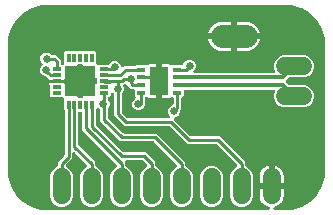
<source format=gbr>
G04 EAGLE Gerber X2 export*
%TF.Part,Single*%
%TF.FileFunction,Copper,L1,Top,Mixed*%
%TF.FilePolarity,Positive*%
%TF.GenerationSoftware,Autodesk,EAGLE,9.0.0*%
%TF.CreationDate,2018-05-02T08:01:06Z*%
G75*
%MOMM*%
%FSLAX34Y34*%
%LPD*%
%AMOC8*
5,1,8,0,0,1.08239X$1,22.5*%
G01*
%ADD10R,2.500000X2.500000*%
%ADD11R,0.750000X0.300000*%
%ADD12R,0.300000X0.750000*%
%ADD13R,1.550000X2.400000*%
%ADD14R,0.650000X0.350000*%
%ADD15C,1.500000*%
%ADD16C,1.981200*%
%ADD17C,1.524000*%
%ADD18C,0.254000*%
%ADD19C,0.650000*%
%ADD20C,0.355600*%

G36*
X225982Y5397D02*
X225982Y5397D01*
X226101Y5404D01*
X226139Y5417D01*
X226179Y5422D01*
X226290Y5465D01*
X226403Y5502D01*
X226437Y5524D01*
X226475Y5539D01*
X226571Y5609D01*
X226672Y5673D01*
X226700Y5702D01*
X226732Y5725D01*
X226808Y5817D01*
X226890Y5904D01*
X226909Y5940D01*
X226935Y5970D01*
X226986Y6078D01*
X227043Y6183D01*
X227053Y6222D01*
X227070Y6258D01*
X227093Y6375D01*
X227123Y6491D01*
X227123Y6531D01*
X227130Y6570D01*
X227123Y6690D01*
X227123Y6809D01*
X227113Y6848D01*
X227110Y6888D01*
X227074Y7001D01*
X227044Y7117D01*
X227025Y7152D01*
X227012Y7190D01*
X226948Y7291D01*
X226891Y7396D01*
X226864Y7425D01*
X226842Y7459D01*
X226755Y7541D01*
X226674Y7628D01*
X226640Y7650D01*
X226611Y7677D01*
X226506Y7735D01*
X226405Y7799D01*
X226350Y7821D01*
X226332Y7831D01*
X226312Y7836D01*
X226256Y7858D01*
X224700Y8364D01*
X223275Y9090D01*
X221981Y10030D01*
X220850Y11161D01*
X219910Y12455D01*
X219184Y13880D01*
X218689Y15401D01*
X218439Y16980D01*
X218439Y22861D01*
X227330Y22861D01*
X227448Y22876D01*
X227567Y22883D01*
X227605Y22896D01*
X227645Y22901D01*
X227756Y22944D01*
X227869Y22981D01*
X227903Y23003D01*
X227941Y23018D01*
X228037Y23088D01*
X228138Y23151D01*
X228166Y23181D01*
X228198Y23204D01*
X228274Y23296D01*
X228356Y23383D01*
X228375Y23418D01*
X228401Y23449D01*
X228452Y23557D01*
X228509Y23661D01*
X228520Y23701D01*
X228537Y23737D01*
X228559Y23854D01*
X228589Y23969D01*
X228593Y24030D01*
X228597Y24050D01*
X228595Y24070D01*
X228599Y24130D01*
X228599Y25401D01*
X228601Y25401D01*
X228601Y24130D01*
X228616Y24012D01*
X228623Y23893D01*
X228636Y23855D01*
X228641Y23814D01*
X228685Y23704D01*
X228721Y23591D01*
X228743Y23556D01*
X228758Y23519D01*
X228828Y23423D01*
X228891Y23322D01*
X228921Y23294D01*
X228945Y23261D01*
X229036Y23186D01*
X229123Y23104D01*
X229158Y23084D01*
X229190Y23059D01*
X229297Y23008D01*
X229402Y22950D01*
X229441Y22940D01*
X229477Y22923D01*
X229594Y22901D01*
X229709Y22871D01*
X229770Y22867D01*
X229790Y22863D01*
X229810Y22865D01*
X229870Y22861D01*
X238761Y22861D01*
X238761Y16980D01*
X238511Y15401D01*
X238016Y13880D01*
X237290Y12455D01*
X236350Y11161D01*
X235219Y10030D01*
X233925Y9090D01*
X232500Y8364D01*
X230944Y7858D01*
X230836Y7807D01*
X230725Y7763D01*
X230693Y7740D01*
X230657Y7723D01*
X230565Y7647D01*
X230468Y7577D01*
X230442Y7546D01*
X230412Y7520D01*
X230341Y7424D01*
X230265Y7332D01*
X230248Y7295D01*
X230225Y7263D01*
X230180Y7152D01*
X230130Y7044D01*
X230122Y7005D01*
X230107Y6967D01*
X230092Y6848D01*
X230070Y6731D01*
X230072Y6692D01*
X230067Y6652D01*
X230082Y6533D01*
X230090Y6414D01*
X230102Y6376D01*
X230107Y6336D01*
X230151Y6225D01*
X230188Y6112D01*
X230209Y6078D01*
X230224Y6040D01*
X230294Y5944D01*
X230358Y5843D01*
X230387Y5815D01*
X230411Y5783D01*
X230502Y5707D01*
X230589Y5625D01*
X230625Y5606D01*
X230655Y5580D01*
X230763Y5529D01*
X230868Y5471D01*
X230907Y5461D01*
X230943Y5444D01*
X231061Y5422D01*
X231176Y5392D01*
X231235Y5388D01*
X231255Y5384D01*
X231276Y5386D01*
X231337Y5382D01*
X241300Y5382D01*
X241321Y5384D01*
X241383Y5384D01*
X245488Y5654D01*
X245531Y5662D01*
X245576Y5662D01*
X245733Y5694D01*
X253664Y7819D01*
X253743Y7851D01*
X253825Y7874D01*
X253948Y7935D01*
X253958Y7939D01*
X253962Y7942D01*
X253970Y7946D01*
X261080Y12051D01*
X261148Y12102D01*
X261222Y12146D01*
X261325Y12237D01*
X261333Y12243D01*
X261336Y12246D01*
X261342Y12252D01*
X267148Y18058D01*
X267200Y18125D01*
X267260Y18186D01*
X267336Y18300D01*
X267343Y18309D01*
X267344Y18313D01*
X267349Y18320D01*
X271454Y25430D01*
X271487Y25509D01*
X271530Y25584D01*
X271553Y25653D01*
X271562Y25672D01*
X271565Y25690D01*
X271573Y25714D01*
X271578Y25724D01*
X271578Y25728D01*
X271581Y25736D01*
X273706Y33667D01*
X273712Y33710D01*
X273726Y33752D01*
X273746Y33912D01*
X274016Y38017D01*
X274014Y38038D01*
X274018Y38100D01*
X274018Y146050D01*
X274016Y146071D01*
X274016Y146133D01*
X273746Y150238D01*
X273738Y150281D01*
X273738Y150326D01*
X273706Y150483D01*
X271581Y158414D01*
X271549Y158493D01*
X271526Y158575D01*
X271465Y158698D01*
X271461Y158708D01*
X271458Y158712D01*
X271454Y158720D01*
X267349Y165830D01*
X267298Y165898D01*
X267254Y165972D01*
X267163Y166075D01*
X267157Y166083D01*
X267154Y166086D01*
X267148Y166092D01*
X261342Y171898D01*
X261275Y171950D01*
X261214Y172010D01*
X261100Y172086D01*
X261091Y172093D01*
X261087Y172094D01*
X261080Y172099D01*
X253970Y176204D01*
X253891Y176237D01*
X253816Y176280D01*
X253687Y176323D01*
X253676Y176328D01*
X253672Y176328D01*
X253664Y176331D01*
X245733Y178456D01*
X245690Y178462D01*
X245648Y178476D01*
X245488Y178496D01*
X241383Y178766D01*
X241362Y178764D01*
X241300Y178768D01*
X38100Y178768D01*
X38079Y178766D01*
X38017Y178766D01*
X33912Y178496D01*
X33869Y178488D01*
X33824Y178488D01*
X33667Y178456D01*
X25736Y176331D01*
X25657Y176299D01*
X25575Y176276D01*
X25452Y176215D01*
X25442Y176211D01*
X25438Y176208D01*
X25430Y176204D01*
X18320Y172099D01*
X18252Y172048D01*
X18178Y172004D01*
X18075Y171913D01*
X18067Y171907D01*
X18064Y171904D01*
X18058Y171898D01*
X12252Y166092D01*
X12200Y166025D01*
X12140Y165964D01*
X12064Y165850D01*
X12057Y165841D01*
X12056Y165837D01*
X12051Y165830D01*
X7946Y158720D01*
X7913Y158641D01*
X7870Y158566D01*
X7827Y158437D01*
X7822Y158426D01*
X7822Y158422D01*
X7819Y158414D01*
X5694Y150483D01*
X5688Y150440D01*
X5674Y150398D01*
X5654Y150238D01*
X5648Y150157D01*
X5384Y146133D01*
X5386Y146112D01*
X5382Y146050D01*
X5382Y38100D01*
X5384Y38079D01*
X5384Y38017D01*
X5654Y33912D01*
X5662Y33869D01*
X5662Y33824D01*
X5694Y33667D01*
X7819Y25736D01*
X7851Y25657D01*
X7874Y25575D01*
X7935Y25452D01*
X7939Y25442D01*
X7942Y25438D01*
X7946Y25430D01*
X12051Y18320D01*
X12102Y18252D01*
X12146Y18178D01*
X12237Y18075D01*
X12243Y18067D01*
X12246Y18064D01*
X12252Y18058D01*
X18058Y12252D01*
X18125Y12200D01*
X18186Y12140D01*
X18300Y12064D01*
X18309Y12057D01*
X18313Y12056D01*
X18320Y12051D01*
X25430Y7946D01*
X25509Y7913D01*
X25584Y7870D01*
X25713Y7827D01*
X25724Y7822D01*
X25728Y7822D01*
X25736Y7819D01*
X33667Y5694D01*
X33710Y5688D01*
X33752Y5674D01*
X33912Y5654D01*
X38017Y5384D01*
X38038Y5386D01*
X38100Y5382D01*
X225863Y5382D01*
X225982Y5397D01*
G37*
%LPC*%
G36*
X48886Y8159D02*
X48886Y8159D01*
X45350Y9624D01*
X42644Y12330D01*
X41179Y15866D01*
X41179Y34934D01*
X42644Y38470D01*
X45350Y41176D01*
X46746Y41754D01*
X46771Y41769D01*
X46799Y41778D01*
X46909Y41847D01*
X47022Y41912D01*
X47043Y41932D01*
X47068Y41948D01*
X47157Y42042D01*
X47250Y42133D01*
X47266Y42158D01*
X47286Y42180D01*
X47349Y42293D01*
X47417Y42404D01*
X47425Y42432D01*
X47440Y42458D01*
X47472Y42584D01*
X47510Y42708D01*
X47512Y42737D01*
X47519Y42766D01*
X47529Y42927D01*
X47529Y45805D01*
X53033Y51308D01*
X53093Y51386D01*
X53161Y51458D01*
X53190Y51511D01*
X53227Y51559D01*
X53267Y51650D01*
X53315Y51737D01*
X53330Y51795D01*
X53354Y51851D01*
X53369Y51949D01*
X53394Y52045D01*
X53400Y52145D01*
X53404Y52165D01*
X53402Y52178D01*
X53404Y52206D01*
X53404Y88966D01*
X53392Y89064D01*
X53389Y89163D01*
X53372Y89221D01*
X53364Y89281D01*
X53328Y89373D01*
X53300Y89468D01*
X53270Y89520D01*
X53247Y89577D01*
X53189Y89657D01*
X53174Y89682D01*
X53174Y98711D01*
X53161Y98816D01*
X53157Y98922D01*
X53141Y98973D01*
X53134Y99027D01*
X53095Y99125D01*
X53065Y99226D01*
X53037Y99272D01*
X53017Y99322D01*
X52955Y99408D01*
X52901Y99499D01*
X52862Y99536D01*
X52831Y99580D01*
X52749Y99647D01*
X52674Y99721D01*
X52635Y99747D01*
X52102Y100280D01*
X52065Y100338D01*
X52026Y100375D01*
X51993Y100418D01*
X51910Y100484D01*
X51833Y100556D01*
X51786Y100582D01*
X51744Y100615D01*
X51647Y100659D01*
X51555Y100710D01*
X51503Y100723D01*
X51454Y100745D01*
X51349Y100763D01*
X51247Y100789D01*
X51161Y100794D01*
X51140Y100798D01*
X51125Y100797D01*
X51086Y100799D01*
X42096Y100799D01*
X40924Y101971D01*
X40924Y110844D01*
X40913Y110935D01*
X40911Y111028D01*
X40893Y111093D01*
X40884Y111159D01*
X40850Y111245D01*
X40826Y111334D01*
X40774Y111439D01*
X40767Y111455D01*
X40762Y111462D01*
X40754Y111478D01*
X40557Y111819D01*
X40384Y112466D01*
X40384Y113031D01*
X46675Y113031D01*
X52966Y113031D01*
X52966Y113030D01*
X52981Y112912D01*
X52988Y112793D01*
X53001Y112755D01*
X53006Y112715D01*
X53049Y112604D01*
X53086Y112491D01*
X53108Y112456D01*
X53123Y112419D01*
X53192Y112323D01*
X53256Y112222D01*
X53286Y112194D01*
X53309Y112161D01*
X53401Y112086D01*
X53488Y112004D01*
X53523Y111984D01*
X53554Y111959D01*
X53662Y111908D01*
X53766Y111850D01*
X53806Y111840D01*
X53842Y111823D01*
X53959Y111801D01*
X54074Y111771D01*
X54134Y111767D01*
X54154Y111763D01*
X54175Y111765D01*
X54235Y111761D01*
X64136Y111761D01*
X64136Y101320D01*
X64151Y101202D01*
X64158Y101083D01*
X64171Y101045D01*
X64176Y101004D01*
X64219Y100894D01*
X64256Y100781D01*
X64278Y100746D01*
X64293Y100709D01*
X64363Y100613D01*
X64426Y100512D01*
X64456Y100484D01*
X64480Y100451D01*
X64571Y100375D01*
X64658Y100294D01*
X64693Y100274D01*
X64724Y100249D01*
X64832Y100198D01*
X64936Y100140D01*
X64976Y100130D01*
X65012Y100113D01*
X65129Y100091D01*
X65244Y100061D01*
X65305Y100057D01*
X65325Y100053D01*
X65345Y100055D01*
X65405Y100051D01*
X67945Y100051D01*
X68063Y100066D01*
X68182Y100073D01*
X68220Y100086D01*
X68260Y100091D01*
X68371Y100134D01*
X68484Y100171D01*
X68519Y100193D01*
X68556Y100208D01*
X68652Y100277D01*
X68753Y100341D01*
X68781Y100371D01*
X68813Y100394D01*
X68889Y100486D01*
X68971Y100573D01*
X68990Y100608D01*
X69016Y100639D01*
X69067Y100747D01*
X69124Y100851D01*
X69135Y100891D01*
X69152Y100927D01*
X69174Y101044D01*
X69204Y101159D01*
X69208Y101219D01*
X69212Y101239D01*
X69210Y101260D01*
X69214Y101320D01*
X69214Y111761D01*
X79655Y111761D01*
X79773Y111776D01*
X79892Y111783D01*
X79930Y111796D01*
X79971Y111801D01*
X80081Y111844D01*
X80194Y111881D01*
X80229Y111903D01*
X80266Y111918D01*
X80362Y111988D01*
X80463Y112051D01*
X80491Y112081D01*
X80524Y112105D01*
X80600Y112196D01*
X80681Y112283D01*
X80701Y112318D01*
X80726Y112349D01*
X80777Y112457D01*
X80835Y112561D01*
X80845Y112601D01*
X80862Y112637D01*
X80884Y112754D01*
X80914Y112869D01*
X80918Y112930D01*
X80922Y112950D01*
X80920Y112970D01*
X80924Y113030D01*
X80924Y115570D01*
X80909Y115688D01*
X80902Y115807D01*
X80889Y115845D01*
X80884Y115885D01*
X80841Y115996D01*
X80804Y116109D01*
X80782Y116144D01*
X80767Y116181D01*
X80698Y116277D01*
X80634Y116378D01*
X80604Y116406D01*
X80581Y116438D01*
X80489Y116514D01*
X80402Y116596D01*
X80367Y116615D01*
X80336Y116641D01*
X80228Y116692D01*
X80124Y116749D01*
X80084Y116760D01*
X80048Y116777D01*
X79931Y116799D01*
X79816Y116829D01*
X79756Y116833D01*
X79736Y116837D01*
X79715Y116835D01*
X79655Y116839D01*
X69214Y116839D01*
X69214Y127280D01*
X69199Y127398D01*
X69192Y127517D01*
X69179Y127555D01*
X69174Y127596D01*
X69130Y127706D01*
X69094Y127819D01*
X69072Y127854D01*
X69057Y127891D01*
X68987Y127987D01*
X68924Y128088D01*
X68894Y128116D01*
X68870Y128149D01*
X68779Y128225D01*
X68692Y128306D01*
X68657Y128326D01*
X68625Y128351D01*
X68518Y128402D01*
X68414Y128460D01*
X68374Y128470D01*
X68338Y128487D01*
X68221Y128509D01*
X68106Y128539D01*
X68045Y128543D01*
X68025Y128547D01*
X68005Y128545D01*
X67945Y128549D01*
X65405Y128549D01*
X65287Y128534D01*
X65168Y128527D01*
X65130Y128514D01*
X65090Y128509D01*
X64979Y128466D01*
X64866Y128429D01*
X64831Y128407D01*
X64794Y128392D01*
X64698Y128323D01*
X64597Y128259D01*
X64569Y128229D01*
X64536Y128206D01*
X64461Y128114D01*
X64379Y128027D01*
X64359Y127992D01*
X64334Y127961D01*
X64283Y127853D01*
X64225Y127749D01*
X64215Y127709D01*
X64198Y127673D01*
X64176Y127556D01*
X64146Y127441D01*
X64142Y127381D01*
X64138Y127361D01*
X64140Y127340D01*
X64136Y127280D01*
X64136Y116839D01*
X54235Y116839D01*
X54117Y116824D01*
X53998Y116817D01*
X53960Y116804D01*
X53919Y116799D01*
X53809Y116755D01*
X53696Y116719D01*
X53661Y116697D01*
X53624Y116682D01*
X53528Y116612D01*
X53427Y116549D01*
X53399Y116519D01*
X53366Y116495D01*
X53290Y116404D01*
X53209Y116317D01*
X53189Y116282D01*
X53164Y116250D01*
X53113Y116143D01*
X53055Y116039D01*
X53045Y115999D01*
X53028Y115963D01*
X53006Y115846D01*
X52976Y115731D01*
X52972Y115670D01*
X52968Y115650D01*
X52970Y115630D01*
X52966Y115570D01*
X52966Y115569D01*
X46675Y115569D01*
X40384Y115569D01*
X40372Y115663D01*
X40369Y115762D01*
X40352Y115820D01*
X40344Y115881D01*
X40308Y115973D01*
X40280Y116068D01*
X40250Y116120D01*
X40227Y116176D01*
X40169Y116256D01*
X40119Y116342D01*
X40053Y116417D01*
X40041Y116434D01*
X40031Y116441D01*
X40013Y116462D01*
X38437Y118038D01*
X38359Y118099D01*
X38287Y118166D01*
X38234Y118196D01*
X38186Y118233D01*
X38095Y118272D01*
X38008Y118320D01*
X37950Y118335D01*
X37894Y118359D01*
X37796Y118375D01*
X37700Y118399D01*
X37600Y118406D01*
X37580Y118409D01*
X37568Y118408D01*
X37540Y118410D01*
X36631Y118410D01*
X34701Y119209D01*
X33224Y120686D01*
X32424Y122616D01*
X32424Y124705D01*
X33224Y126635D01*
X34409Y127820D01*
X34482Y127914D01*
X34561Y128003D01*
X34579Y128040D01*
X34604Y128071D01*
X34651Y128181D01*
X34706Y128287D01*
X34714Y128326D01*
X34730Y128363D01*
X34749Y128481D01*
X34775Y128597D01*
X34774Y128637D01*
X34780Y128677D01*
X34769Y128796D01*
X34766Y128915D01*
X34754Y128954D01*
X34750Y128994D01*
X34710Y129106D01*
X34677Y129220D01*
X34657Y129255D01*
X34643Y129293D01*
X34576Y129392D01*
X34516Y129494D01*
X34476Y129540D01*
X34464Y129556D01*
X34449Y129570D01*
X34409Y129615D01*
X33649Y130376D01*
X32849Y132306D01*
X32849Y134394D01*
X33649Y136324D01*
X35126Y137801D01*
X37056Y138601D01*
X39144Y138601D01*
X41074Y137801D01*
X41883Y136992D01*
X41961Y136932D01*
X42034Y136864D01*
X42087Y136835D01*
X42134Y136798D01*
X42225Y136758D01*
X42312Y136710D01*
X42371Y136695D01*
X42426Y136671D01*
X42524Y136656D01*
X42620Y136631D01*
X42720Y136625D01*
X42740Y136621D01*
X42753Y136623D01*
X42781Y136621D01*
X45805Y136621D01*
X49946Y132480D01*
X49946Y129228D01*
X49963Y129090D01*
X49976Y128952D01*
X49983Y128933D01*
X49986Y128913D01*
X50037Y128783D01*
X50084Y128652D01*
X50095Y128636D01*
X50103Y128617D01*
X50184Y128504D01*
X50262Y128389D01*
X50278Y128376D01*
X50289Y128360D01*
X50397Y128271D01*
X50501Y128179D01*
X50519Y128170D01*
X50534Y128157D01*
X50660Y128097D01*
X50784Y128034D01*
X50804Y128030D01*
X50822Y128021D01*
X50959Y127995D01*
X51094Y127965D01*
X51115Y127965D01*
X51134Y127961D01*
X51273Y127970D01*
X51412Y127974D01*
X51432Y127980D01*
X51452Y127981D01*
X51584Y128024D01*
X51718Y128063D01*
X51735Y128073D01*
X51754Y128079D01*
X51872Y128153D01*
X51992Y128224D01*
X52013Y128243D01*
X52023Y128249D01*
X52037Y128264D01*
X52113Y128331D01*
X52655Y128873D01*
X52713Y128910D01*
X52750Y128949D01*
X52793Y128982D01*
X52859Y129065D01*
X52931Y129142D01*
X52957Y129189D01*
X52990Y129231D01*
X53034Y129328D01*
X53085Y129420D01*
X53098Y129472D01*
X53120Y129521D01*
X53138Y129626D01*
X53164Y129728D01*
X53169Y129814D01*
X53173Y129835D01*
X53172Y129850D01*
X53174Y129889D01*
X53174Y138879D01*
X54346Y140051D01*
X79004Y140051D01*
X80176Y138879D01*
X80176Y129889D01*
X80189Y129784D01*
X80193Y129678D01*
X80209Y129627D01*
X80216Y129573D01*
X80255Y129475D01*
X80285Y129374D01*
X80313Y129328D01*
X80333Y129278D01*
X80395Y129192D01*
X80449Y129101D01*
X80488Y129064D01*
X80519Y129020D01*
X80601Y128953D01*
X80676Y128879D01*
X80715Y128853D01*
X81248Y128320D01*
X81285Y128262D01*
X81324Y128225D01*
X81357Y128182D01*
X81440Y128116D01*
X81517Y128044D01*
X81564Y128018D01*
X81606Y127985D01*
X81703Y127941D01*
X81795Y127890D01*
X81847Y127877D01*
X81896Y127855D01*
X82001Y127837D01*
X82103Y127811D01*
X82189Y127806D01*
X82210Y127802D01*
X82225Y127803D01*
X82264Y127801D01*
X89964Y127801D01*
X89994Y127804D01*
X90023Y127802D01*
X90151Y127824D01*
X90280Y127841D01*
X90307Y127851D01*
X90337Y127856D01*
X90455Y127910D01*
X90576Y127958D01*
X90600Y127975D01*
X90627Y127987D01*
X90728Y128068D01*
X90833Y128144D01*
X90852Y128167D01*
X90875Y128186D01*
X90953Y128289D01*
X91036Y128389D01*
X91048Y128416D01*
X91066Y128440D01*
X91137Y128584D01*
X91299Y128974D01*
X92776Y130451D01*
X94706Y131251D01*
X96794Y131251D01*
X98724Y130451D01*
X100201Y128974D01*
X100967Y127125D01*
X100992Y127082D01*
X101009Y127035D01*
X101071Y126944D01*
X101125Y126849D01*
X101160Y126813D01*
X101187Y126772D01*
X101270Y126699D01*
X101346Y126620D01*
X101389Y126594D01*
X101426Y126561D01*
X101524Y126511D01*
X101617Y126454D01*
X101665Y126439D01*
X101709Y126417D01*
X101816Y126393D01*
X101921Y126360D01*
X101971Y126358D01*
X102019Y126347D01*
X102129Y126350D01*
X102239Y126345D01*
X102288Y126355D01*
X102337Y126357D01*
X102443Y126387D01*
X102550Y126409D01*
X102595Y126431D01*
X102643Y126445D01*
X102737Y126501D01*
X102836Y126549D01*
X102874Y126581D01*
X102917Y126607D01*
X103038Y126713D01*
X103645Y127321D01*
X112766Y127321D01*
X112864Y127333D01*
X112963Y127336D01*
X113021Y127353D01*
X113081Y127361D01*
X113173Y127397D01*
X113268Y127425D01*
X113320Y127455D01*
X113377Y127478D01*
X113457Y127536D01*
X113542Y127586D01*
X113618Y127652D01*
X113634Y127664D01*
X113642Y127674D01*
X113663Y127692D01*
X113771Y127801D01*
X121954Y127801D01*
X122004Y127757D01*
X122040Y127739D01*
X122072Y127714D01*
X122181Y127667D01*
X122287Y127612D01*
X122327Y127604D01*
X122364Y127588D01*
X122481Y127569D01*
X122598Y127543D01*
X122638Y127544D01*
X122678Y127538D01*
X122796Y127549D01*
X122915Y127552D01*
X122954Y127564D01*
X122994Y127567D01*
X123107Y127608D01*
X123221Y127641D01*
X123256Y127661D01*
X123294Y127675D01*
X123392Y127742D01*
X123495Y127802D01*
X123540Y127842D01*
X123557Y127854D01*
X123570Y127869D01*
X123616Y127909D01*
X124040Y128333D01*
X124619Y128668D01*
X125266Y128841D01*
X130811Y128841D01*
X130811Y115570D01*
X130826Y115452D01*
X130833Y115333D01*
X130846Y115295D01*
X130851Y115255D01*
X130894Y115144D01*
X130931Y115031D01*
X130953Y114996D01*
X130968Y114959D01*
X131038Y114863D01*
X131101Y114762D01*
X131131Y114734D01*
X131155Y114702D01*
X131246Y114626D01*
X131333Y114544D01*
X131368Y114525D01*
X131399Y114499D01*
X131507Y114448D01*
X131611Y114391D01*
X131651Y114380D01*
X131687Y114363D01*
X131804Y114341D01*
X131919Y114311D01*
X131980Y114307D01*
X132000Y114303D01*
X132020Y114305D01*
X132080Y114301D01*
X134620Y114301D01*
X134738Y114316D01*
X134857Y114323D01*
X134895Y114336D01*
X134935Y114341D01*
X135046Y114385D01*
X135159Y114421D01*
X135194Y114443D01*
X135231Y114458D01*
X135327Y114528D01*
X135428Y114591D01*
X135456Y114621D01*
X135488Y114645D01*
X135564Y114736D01*
X135646Y114823D01*
X135665Y114858D01*
X135691Y114890D01*
X135742Y114997D01*
X135799Y115101D01*
X135810Y115141D01*
X135827Y115177D01*
X135849Y115294D01*
X135879Y115409D01*
X135883Y115470D01*
X135887Y115490D01*
X135885Y115510D01*
X135889Y115570D01*
X135889Y128841D01*
X141434Y128841D01*
X142081Y128668D01*
X142660Y128333D01*
X143084Y127909D01*
X143179Y127836D01*
X143268Y127757D01*
X143304Y127739D01*
X143336Y127714D01*
X143445Y127666D01*
X143551Y127612D01*
X143590Y127604D01*
X143627Y127587D01*
X143745Y127569D01*
X143861Y127543D01*
X143901Y127544D01*
X143942Y127538D01*
X144060Y127549D01*
X144179Y127552D01*
X144218Y127564D01*
X144258Y127567D01*
X144370Y127608D01*
X144485Y127641D01*
X144519Y127661D01*
X144557Y127675D01*
X144656Y127742D01*
X144756Y127801D01*
X152841Y127801D01*
X152870Y127804D01*
X152899Y127802D01*
X153028Y127824D01*
X153156Y127841D01*
X153184Y127851D01*
X153213Y127856D01*
X153331Y127910D01*
X153452Y127958D01*
X153476Y127975D01*
X153503Y127987D01*
X153604Y128068D01*
X153709Y128144D01*
X153728Y128167D01*
X153751Y128186D01*
X153829Y128289D01*
X153912Y128389D01*
X153925Y128416D01*
X153942Y128440D01*
X154013Y128584D01*
X154724Y130299D01*
X156201Y131776D01*
X158131Y132576D01*
X160219Y132576D01*
X162149Y131776D01*
X163626Y130299D01*
X164426Y128369D01*
X164426Y126281D01*
X163626Y124351D01*
X162771Y123495D01*
X162686Y123386D01*
X162597Y123279D01*
X162589Y123260D01*
X162576Y123244D01*
X162521Y123117D01*
X162462Y122991D01*
X162458Y122971D01*
X162450Y122952D01*
X162428Y122814D01*
X162402Y122678D01*
X162403Y122658D01*
X162400Y122638D01*
X162413Y122499D01*
X162422Y122361D01*
X162428Y122342D01*
X162430Y122322D01*
X162477Y122190D01*
X162520Y122059D01*
X162531Y122041D01*
X162537Y122022D01*
X162615Y121907D01*
X162690Y121790D01*
X162705Y121776D01*
X162716Y121759D01*
X162820Y121667D01*
X162921Y121572D01*
X162939Y121562D01*
X162954Y121549D01*
X163078Y121486D01*
X163200Y121418D01*
X163220Y121413D01*
X163238Y121404D01*
X163373Y121374D01*
X163508Y121339D01*
X163536Y121337D01*
X163548Y121334D01*
X163568Y121335D01*
X163669Y121329D01*
X230316Y121329D01*
X230365Y121335D01*
X230415Y121333D01*
X230522Y121355D01*
X230632Y121369D01*
X230678Y121387D01*
X230726Y121397D01*
X230825Y121445D01*
X230927Y121486D01*
X230968Y121515D01*
X231012Y121537D01*
X231096Y121608D01*
X231185Y121672D01*
X231216Y121711D01*
X231254Y121743D01*
X231317Y121833D01*
X231387Y121917D01*
X231409Y121962D01*
X231437Y122003D01*
X231476Y122106D01*
X231523Y122205D01*
X231532Y122254D01*
X231550Y122300D01*
X231562Y122410D01*
X231583Y122517D01*
X231580Y122567D01*
X231585Y122616D01*
X231570Y122725D01*
X231563Y122835D01*
X231548Y122882D01*
X231541Y122931D01*
X231489Y123084D01*
X230649Y125110D01*
X230649Y128890D01*
X232096Y132382D01*
X234768Y135054D01*
X238260Y136501D01*
X257040Y136501D01*
X260532Y135054D01*
X263204Y132382D01*
X264651Y128890D01*
X264651Y125110D01*
X263204Y121618D01*
X260532Y118946D01*
X257040Y117499D01*
X244019Y117499D01*
X243921Y117487D01*
X243822Y117484D01*
X243763Y117467D01*
X243703Y117459D01*
X243611Y117423D01*
X243516Y117395D01*
X243464Y117365D01*
X243408Y117342D01*
X243328Y117284D01*
X243242Y117234D01*
X243167Y117168D01*
X243150Y117156D01*
X243143Y117146D01*
X243121Y117128D01*
X241191Y115198D01*
X241118Y115103D01*
X241040Y115014D01*
X241021Y114978D01*
X240996Y114946D01*
X240949Y114837D01*
X240895Y114731D01*
X240886Y114692D01*
X240870Y114654D01*
X240851Y114537D01*
X240825Y114421D01*
X240827Y114380D01*
X240820Y114340D01*
X240831Y114222D01*
X240835Y114103D01*
X240846Y114064D01*
X240850Y114024D01*
X240890Y113911D01*
X240923Y113797D01*
X240944Y113763D01*
X240958Y113724D01*
X241025Y113626D01*
X241085Y113523D01*
X241125Y113478D01*
X241136Y113461D01*
X241152Y113448D01*
X241191Y113403D01*
X243121Y111472D01*
X243200Y111412D01*
X243272Y111344D01*
X243325Y111315D01*
X243373Y111278D01*
X243464Y111238D01*
X243550Y111190D01*
X243609Y111175D01*
X243665Y111151D01*
X243763Y111136D01*
X243858Y111111D01*
X243958Y111105D01*
X243979Y111101D01*
X243991Y111103D01*
X244019Y111101D01*
X257040Y111101D01*
X260532Y109654D01*
X263204Y106982D01*
X264651Y103490D01*
X264651Y99710D01*
X263204Y96218D01*
X260532Y93546D01*
X257040Y92099D01*
X238260Y92099D01*
X234768Y93546D01*
X232096Y96218D01*
X230649Y99710D01*
X230649Y103490D01*
X231489Y105516D01*
X231502Y105564D01*
X231523Y105609D01*
X231544Y105717D01*
X231573Y105823D01*
X231573Y105873D01*
X231583Y105922D01*
X231576Y106031D01*
X231578Y106141D01*
X231566Y106189D01*
X231563Y106239D01*
X231529Y106343D01*
X231504Y106450D01*
X231480Y106494D01*
X231465Y106541D01*
X231406Y106634D01*
X231355Y106731D01*
X231321Y106768D01*
X231295Y106810D01*
X231215Y106885D01*
X231141Y106967D01*
X231099Y106994D01*
X231063Y107028D01*
X230967Y107081D01*
X230875Y107141D01*
X230828Y107158D01*
X230785Y107182D01*
X230678Y107209D01*
X230574Y107245D01*
X230525Y107249D01*
X230477Y107261D01*
X230316Y107271D01*
X155370Y107271D01*
X155252Y107256D01*
X155133Y107249D01*
X155095Y107236D01*
X155054Y107231D01*
X154944Y107188D01*
X154831Y107151D01*
X154796Y107129D01*
X154759Y107114D01*
X154663Y107045D01*
X154562Y106981D01*
X154534Y106951D01*
X154501Y106928D01*
X154425Y106836D01*
X154344Y106749D01*
X154324Y106714D01*
X154299Y106683D01*
X154248Y106575D01*
X154190Y106471D01*
X154180Y106431D01*
X154163Y106395D01*
X154141Y106278D01*
X154111Y106163D01*
X154107Y106103D01*
X154103Y106083D01*
X154105Y106062D01*
X154101Y106002D01*
X154101Y101971D01*
X152754Y100624D01*
X152683Y100573D01*
X152582Y100509D01*
X152554Y100479D01*
X152521Y100456D01*
X152445Y100364D01*
X152364Y100277D01*
X152344Y100242D01*
X152319Y100211D01*
X152268Y100103D01*
X152210Y99999D01*
X152200Y99959D01*
X152183Y99923D01*
X152161Y99806D01*
X152131Y99691D01*
X152127Y99631D01*
X152123Y99611D01*
X152125Y99590D01*
X152121Y99530D01*
X152121Y90345D01*
X151673Y89897D01*
X151612Y89819D01*
X151544Y89747D01*
X151515Y89694D01*
X151478Y89646D01*
X151438Y89555D01*
X151390Y89468D01*
X151375Y89410D01*
X151351Y89354D01*
X151336Y89256D01*
X151311Y89160D01*
X151305Y89060D01*
X151301Y89040D01*
X151303Y89027D01*
X151301Y88999D01*
X151301Y87856D01*
X150501Y85926D01*
X149024Y84449D01*
X147046Y83629D01*
X146934Y83619D01*
X146915Y83612D01*
X146895Y83609D01*
X146765Y83558D01*
X146635Y83511D01*
X146618Y83500D01*
X146599Y83492D01*
X146487Y83411D01*
X146372Y83333D01*
X146358Y83317D01*
X146342Y83306D01*
X146253Y83198D01*
X146161Y83094D01*
X146152Y83076D01*
X146139Y83061D01*
X146080Y82935D01*
X146017Y82811D01*
X146012Y82791D01*
X146004Y82773D01*
X145977Y82636D01*
X145947Y82501D01*
X145948Y82480D01*
X145944Y82461D01*
X145952Y82322D01*
X145957Y82183D01*
X145962Y82163D01*
X145964Y82143D01*
X146006Y82011D01*
X146045Y81877D01*
X146055Y81860D01*
X146062Y81841D01*
X146136Y81723D01*
X146207Y81603D01*
X146225Y81582D01*
X146232Y81572D01*
X146247Y81558D01*
X146313Y81482D01*
X146978Y80818D01*
X159733Y68062D01*
X159811Y68002D01*
X159883Y67934D01*
X159936Y67905D01*
X159984Y67868D01*
X160075Y67828D01*
X160162Y67780D01*
X160220Y67765D01*
X160276Y67741D01*
X160374Y67726D01*
X160470Y67701D01*
X160570Y67695D01*
X160590Y67691D01*
X160603Y67693D01*
X160631Y67691D01*
X184585Y67691D01*
X206471Y45805D01*
X206471Y42927D01*
X206474Y42897D01*
X206472Y42868D01*
X206494Y42740D01*
X206511Y42611D01*
X206521Y42584D01*
X206526Y42555D01*
X206580Y42436D01*
X206628Y42315D01*
X206645Y42292D01*
X206657Y42265D01*
X206738Y42163D01*
X206814Y42058D01*
X206837Y42039D01*
X206856Y42016D01*
X206959Y41938D01*
X207059Y41855D01*
X207086Y41843D01*
X207110Y41825D01*
X207254Y41754D01*
X208650Y41176D01*
X211356Y38470D01*
X212821Y34934D01*
X212821Y15866D01*
X211356Y12330D01*
X208650Y9624D01*
X205114Y8159D01*
X201286Y8159D01*
X197750Y9624D01*
X195044Y12330D01*
X193579Y15866D01*
X193579Y34934D01*
X195044Y38470D01*
X197750Y41176D01*
X198893Y41649D01*
X198936Y41674D01*
X198983Y41691D01*
X199074Y41753D01*
X199169Y41807D01*
X199205Y41842D01*
X199246Y41869D01*
X199319Y41952D01*
X199398Y42028D01*
X199424Y42071D01*
X199457Y42108D01*
X199507Y42206D01*
X199564Y42299D01*
X199579Y42347D01*
X199601Y42391D01*
X199625Y42498D01*
X199658Y42603D01*
X199660Y42653D01*
X199671Y42701D01*
X199668Y42811D01*
X199673Y42921D01*
X199663Y42970D01*
X199661Y43019D01*
X199631Y43125D01*
X199609Y43232D01*
X199587Y43277D01*
X199573Y43325D01*
X199517Y43419D01*
X199469Y43518D01*
X199436Y43556D01*
X199411Y43599D01*
X199305Y43720D01*
X182247Y60778D01*
X182169Y60838D01*
X182097Y60906D01*
X182044Y60935D01*
X181996Y60972D01*
X181905Y61012D01*
X181818Y61060D01*
X181760Y61075D01*
X181704Y61099D01*
X181606Y61114D01*
X181510Y61139D01*
X181410Y61145D01*
X181390Y61149D01*
X181377Y61147D01*
X181349Y61149D01*
X157395Y61149D01*
X142352Y76193D01*
X142274Y76253D01*
X142202Y76321D01*
X142149Y76350D01*
X142101Y76387D01*
X142010Y76427D01*
X141923Y76475D01*
X141865Y76490D01*
X141809Y76514D01*
X141711Y76529D01*
X141615Y76554D01*
X141515Y76560D01*
X141495Y76564D01*
X141482Y76562D01*
X141454Y76564D01*
X103880Y76564D01*
X95154Y85290D01*
X95154Y103269D01*
X95142Y103368D01*
X95139Y103467D01*
X95122Y103525D01*
X95114Y103585D01*
X95078Y103677D01*
X95050Y103772D01*
X95020Y103824D01*
X94997Y103881D01*
X94939Y103961D01*
X94889Y104046D01*
X94823Y104121D01*
X94811Y104138D01*
X94801Y104146D01*
X94783Y104167D01*
X94592Y104357D01*
X94483Y104442D01*
X94376Y104531D01*
X94357Y104539D01*
X94341Y104552D01*
X94213Y104607D01*
X94088Y104666D01*
X94068Y104670D01*
X94049Y104678D01*
X93911Y104700D01*
X93775Y104726D01*
X93755Y104725D01*
X93735Y104728D01*
X93596Y104715D01*
X93458Y104706D01*
X93439Y104700D01*
X93419Y104698D01*
X93287Y104651D01*
X93156Y104608D01*
X93138Y104597D01*
X93119Y104591D01*
X93004Y104513D01*
X92887Y104438D01*
X92873Y104423D01*
X92856Y104412D01*
X92764Y104308D01*
X92669Y104207D01*
X92659Y104189D01*
X92646Y104174D01*
X92582Y104050D01*
X92515Y103928D01*
X92510Y103908D01*
X92501Y103890D01*
X92471Y103755D01*
X92436Y103620D01*
X92434Y103592D01*
X92431Y103580D01*
X92432Y103560D01*
X92426Y103459D01*
X92426Y101971D01*
X91254Y100799D01*
X91215Y100799D01*
X91097Y100784D01*
X90978Y100777D01*
X90940Y100764D01*
X90899Y100759D01*
X90789Y100716D01*
X90676Y100679D01*
X90641Y100657D01*
X90604Y100642D01*
X90508Y100573D01*
X90407Y100509D01*
X90379Y100479D01*
X90346Y100456D01*
X90270Y100364D01*
X90189Y100277D01*
X90169Y100242D01*
X90144Y100211D01*
X90093Y100103D01*
X90035Y99999D01*
X90025Y99959D01*
X90008Y99923D01*
X89986Y99806D01*
X89956Y99691D01*
X89952Y99631D01*
X89948Y99611D01*
X89950Y99590D01*
X89946Y99530D01*
X89946Y99056D01*
X89958Y98957D01*
X89961Y98858D01*
X89978Y98800D01*
X89986Y98740D01*
X90022Y98648D01*
X90050Y98553D01*
X90080Y98501D01*
X90103Y98444D01*
X90161Y98364D01*
X90211Y98279D01*
X90277Y98204D01*
X90289Y98187D01*
X90299Y98179D01*
X90317Y98158D01*
X90676Y97799D01*
X91476Y95869D01*
X91476Y93781D01*
X90676Y91851D01*
X90317Y91492D01*
X90257Y91414D01*
X90189Y91341D01*
X90160Y91288D01*
X90123Y91241D01*
X90083Y91150D01*
X90035Y91063D01*
X90020Y91004D01*
X89996Y90949D01*
X89981Y90851D01*
X89956Y90755D01*
X89950Y90655D01*
X89946Y90635D01*
X89948Y90622D01*
X89946Y90594D01*
X89946Y83622D01*
X89958Y83523D01*
X89961Y83424D01*
X89978Y83366D01*
X89986Y83306D01*
X90022Y83214D01*
X90050Y83119D01*
X90080Y83067D01*
X90103Y83010D01*
X90161Y82930D01*
X90211Y82845D01*
X90277Y82770D01*
X90289Y82753D01*
X90299Y82745D01*
X90317Y82724D01*
X102654Y70388D01*
X102732Y70327D01*
X102804Y70259D01*
X102857Y70230D01*
X102905Y70193D01*
X102996Y70154D01*
X103082Y70106D01*
X103141Y70091D01*
X103197Y70067D01*
X103295Y70051D01*
X103390Y70027D01*
X103490Y70020D01*
X103511Y70017D01*
X103523Y70018D01*
X103551Y70016D01*
X131459Y70016D01*
X155671Y45805D01*
X155671Y42927D01*
X155674Y42897D01*
X155672Y42868D01*
X155694Y42740D01*
X155711Y42611D01*
X155721Y42584D01*
X155726Y42555D01*
X155780Y42436D01*
X155828Y42315D01*
X155845Y42292D01*
X155857Y42265D01*
X155938Y42163D01*
X156014Y42058D01*
X156037Y42039D01*
X156056Y42016D01*
X156159Y41938D01*
X156259Y41855D01*
X156286Y41843D01*
X156310Y41825D01*
X156454Y41754D01*
X157850Y41176D01*
X160556Y38470D01*
X162021Y34934D01*
X162021Y15866D01*
X160556Y12330D01*
X157850Y9624D01*
X154314Y8159D01*
X150486Y8159D01*
X146950Y9624D01*
X144244Y12330D01*
X142779Y15866D01*
X142779Y34934D01*
X144244Y38470D01*
X146950Y41176D01*
X148093Y41649D01*
X148136Y41674D01*
X148183Y41691D01*
X148274Y41753D01*
X148369Y41807D01*
X148405Y41842D01*
X148446Y41869D01*
X148519Y41952D01*
X148598Y42028D01*
X148624Y42071D01*
X148657Y42108D01*
X148707Y42206D01*
X148764Y42299D01*
X148779Y42347D01*
X148801Y42391D01*
X148825Y42498D01*
X148858Y42603D01*
X148860Y42653D01*
X148871Y42701D01*
X148868Y42811D01*
X148873Y42921D01*
X148863Y42970D01*
X148861Y43019D01*
X148831Y43125D01*
X148809Y43232D01*
X148787Y43277D01*
X148773Y43325D01*
X148717Y43419D01*
X148669Y43518D01*
X148637Y43556D01*
X148611Y43599D01*
X148505Y43720D01*
X129121Y63103D01*
X129043Y63164D01*
X128971Y63232D01*
X128918Y63261D01*
X128870Y63298D01*
X128779Y63337D01*
X128693Y63385D01*
X128634Y63400D01*
X128578Y63424D01*
X128480Y63440D01*
X128385Y63465D01*
X128285Y63471D01*
X128264Y63474D01*
X128252Y63473D01*
X128224Y63475D01*
X100316Y63475D01*
X83404Y80386D01*
X83404Y89694D01*
X83392Y89793D01*
X83389Y89892D01*
X83372Y89950D01*
X83364Y90010D01*
X83328Y90102D01*
X83300Y90197D01*
X83270Y90249D01*
X83247Y90306D01*
X83189Y90386D01*
X83139Y90471D01*
X83073Y90546D01*
X83061Y90563D01*
X83051Y90571D01*
X83033Y90592D01*
X82342Y91282D01*
X82233Y91367D01*
X82126Y91456D01*
X82107Y91464D01*
X82091Y91477D01*
X81963Y91532D01*
X81838Y91591D01*
X81818Y91595D01*
X81799Y91603D01*
X81661Y91625D01*
X81525Y91651D01*
X81505Y91650D01*
X81485Y91653D01*
X81346Y91640D01*
X81208Y91631D01*
X81189Y91625D01*
X81169Y91623D01*
X81038Y91576D01*
X80906Y91533D01*
X80888Y91522D01*
X80869Y91516D01*
X80755Y91438D01*
X80637Y91363D01*
X80623Y91348D01*
X80606Y91337D01*
X80514Y91233D01*
X80419Y91132D01*
X80409Y91114D01*
X80396Y91099D01*
X80333Y90975D01*
X80265Y90853D01*
X80260Y90833D01*
X80251Y90815D01*
X80221Y90679D01*
X80186Y90545D01*
X80184Y90517D01*
X80181Y90505D01*
X80182Y90485D01*
X80176Y90384D01*
X80176Y89689D01*
X80160Y89660D01*
X80123Y89612D01*
X80083Y89521D01*
X80035Y89434D01*
X80020Y89376D01*
X79996Y89320D01*
X79981Y89222D01*
X79956Y89126D01*
X79950Y89026D01*
X79946Y89006D01*
X79948Y88994D01*
X79946Y88966D01*
X79946Y77676D01*
X79958Y77578D01*
X79961Y77479D01*
X79978Y77421D01*
X79986Y77361D01*
X80022Y77268D01*
X80050Y77173D01*
X80080Y77121D01*
X80103Y77065D01*
X80161Y76985D01*
X80211Y76899D01*
X80277Y76824D01*
X80289Y76808D01*
X80299Y76800D01*
X80317Y76779D01*
X102618Y54478D01*
X102697Y54417D01*
X102769Y54349D01*
X102822Y54320D01*
X102870Y54283D01*
X102961Y54243D01*
X103047Y54196D01*
X103106Y54181D01*
X103161Y54156D01*
X103259Y54141D01*
X103355Y54116D01*
X103455Y54110D01*
X103476Y54107D01*
X103488Y54108D01*
X103516Y54106D01*
X121970Y54106D01*
X130271Y45805D01*
X130271Y42927D01*
X130274Y42897D01*
X130272Y42868D01*
X130294Y42740D01*
X130311Y42611D01*
X130321Y42584D01*
X130326Y42555D01*
X130380Y42436D01*
X130428Y42315D01*
X130445Y42292D01*
X130457Y42265D01*
X130538Y42163D01*
X130614Y42058D01*
X130637Y42039D01*
X130656Y42016D01*
X130759Y41938D01*
X130859Y41855D01*
X130886Y41843D01*
X130910Y41825D01*
X131054Y41754D01*
X132450Y41176D01*
X135156Y38470D01*
X136621Y34934D01*
X136621Y15866D01*
X135156Y12330D01*
X132450Y9624D01*
X128914Y8159D01*
X125086Y8159D01*
X121550Y9624D01*
X118844Y12330D01*
X117379Y15866D01*
X117379Y34934D01*
X118844Y38470D01*
X121550Y41176D01*
X122693Y41649D01*
X122736Y41674D01*
X122783Y41691D01*
X122874Y41753D01*
X122969Y41807D01*
X123005Y41842D01*
X123046Y41869D01*
X123119Y41952D01*
X123198Y42028D01*
X123224Y42071D01*
X123257Y42108D01*
X123307Y42206D01*
X123364Y42299D01*
X123379Y42347D01*
X123401Y42391D01*
X123425Y42498D01*
X123458Y42603D01*
X123460Y42653D01*
X123471Y42701D01*
X123468Y42811D01*
X123473Y42921D01*
X123463Y42970D01*
X123461Y43019D01*
X123431Y43125D01*
X123409Y43232D01*
X123387Y43277D01*
X123373Y43325D01*
X123317Y43419D01*
X123269Y43518D01*
X123236Y43556D01*
X123211Y43599D01*
X123105Y43720D01*
X119632Y47193D01*
X119553Y47254D01*
X119481Y47321D01*
X119428Y47351D01*
X119380Y47388D01*
X119289Y47427D01*
X119203Y47475D01*
X119144Y47490D01*
X119089Y47514D01*
X118991Y47530D01*
X118895Y47554D01*
X118795Y47561D01*
X118774Y47564D01*
X118762Y47563D01*
X118734Y47565D01*
X106140Y47565D01*
X106022Y47550D01*
X105903Y47542D01*
X105865Y47530D01*
X105824Y47525D01*
X105714Y47481D01*
X105601Y47444D01*
X105566Y47423D01*
X105529Y47408D01*
X105433Y47338D01*
X105332Y47274D01*
X105304Y47245D01*
X105271Y47221D01*
X105195Y47129D01*
X105114Y47042D01*
X105094Y47007D01*
X105069Y46976D01*
X105018Y46868D01*
X104960Y46764D01*
X104950Y46725D01*
X104933Y46688D01*
X104911Y46571D01*
X104881Y46456D01*
X104877Y46396D01*
X104873Y46376D01*
X104875Y46355D01*
X104871Y46295D01*
X104871Y42927D01*
X104874Y42897D01*
X104872Y42868D01*
X104894Y42740D01*
X104911Y42611D01*
X104921Y42584D01*
X104926Y42555D01*
X104980Y42436D01*
X105028Y42315D01*
X105045Y42292D01*
X105057Y42265D01*
X105138Y42163D01*
X105214Y42058D01*
X105237Y42039D01*
X105256Y42016D01*
X105359Y41938D01*
X105459Y41855D01*
X105486Y41843D01*
X105510Y41825D01*
X105654Y41754D01*
X107050Y41176D01*
X109756Y38470D01*
X111221Y34934D01*
X111221Y15866D01*
X109756Y12330D01*
X107050Y9624D01*
X103514Y8159D01*
X99686Y8159D01*
X96150Y9624D01*
X93444Y12330D01*
X91979Y15866D01*
X91979Y34934D01*
X93444Y38470D01*
X96150Y41176D01*
X97293Y41649D01*
X97336Y41674D01*
X97383Y41691D01*
X97474Y41753D01*
X97569Y41807D01*
X97605Y41842D01*
X97646Y41869D01*
X97719Y41952D01*
X97798Y42028D01*
X97824Y42071D01*
X97857Y42108D01*
X97907Y42206D01*
X97964Y42299D01*
X97979Y42347D01*
X98001Y42391D01*
X98025Y42498D01*
X98058Y42603D01*
X98060Y42653D01*
X98071Y42701D01*
X98068Y42811D01*
X98073Y42921D01*
X98063Y42970D01*
X98061Y43019D01*
X98031Y43125D01*
X98009Y43232D01*
X97987Y43277D01*
X97973Y43325D01*
X97917Y43419D01*
X97869Y43518D01*
X97837Y43556D01*
X97811Y43599D01*
X97705Y43720D01*
X68404Y73020D01*
X68404Y87280D01*
X68389Y87398D01*
X68382Y87517D01*
X68369Y87555D01*
X68364Y87596D01*
X68321Y87706D01*
X68284Y87819D01*
X68262Y87854D01*
X68247Y87891D01*
X68178Y87987D01*
X68114Y88088D01*
X68084Y88116D01*
X68061Y88149D01*
X67969Y88225D01*
X67882Y88306D01*
X67847Y88326D01*
X67816Y88351D01*
X67708Y88402D01*
X67604Y88460D01*
X67564Y88470D01*
X67528Y88487D01*
X67411Y88509D01*
X67296Y88539D01*
X67236Y88543D01*
X67216Y88547D01*
X67195Y88545D01*
X67135Y88549D01*
X66215Y88549D01*
X66097Y88534D01*
X65978Y88527D01*
X65940Y88514D01*
X65899Y88509D01*
X65789Y88466D01*
X65676Y88429D01*
X65641Y88407D01*
X65604Y88392D01*
X65508Y88323D01*
X65407Y88259D01*
X65379Y88229D01*
X65346Y88206D01*
X65270Y88114D01*
X65189Y88027D01*
X65169Y87992D01*
X65144Y87961D01*
X65093Y87853D01*
X65035Y87749D01*
X65025Y87709D01*
X65008Y87673D01*
X64986Y87556D01*
X64956Y87441D01*
X64952Y87381D01*
X64948Y87361D01*
X64950Y87340D01*
X64946Y87280D01*
X64946Y60856D01*
X64958Y60757D01*
X64961Y60658D01*
X64978Y60600D01*
X64986Y60540D01*
X65022Y60448D01*
X65050Y60353D01*
X65080Y60301D01*
X65103Y60244D01*
X65161Y60164D01*
X65211Y60079D01*
X65277Y60003D01*
X65289Y59987D01*
X65299Y59979D01*
X65317Y59958D01*
X79471Y45805D01*
X79471Y42927D01*
X79474Y42897D01*
X79472Y42868D01*
X79494Y42740D01*
X79511Y42611D01*
X79521Y42584D01*
X79526Y42555D01*
X79580Y42436D01*
X79628Y42315D01*
X79645Y42292D01*
X79657Y42265D01*
X79738Y42163D01*
X79814Y42058D01*
X79837Y42039D01*
X79856Y42016D01*
X79959Y41938D01*
X80059Y41855D01*
X80086Y41843D01*
X80110Y41825D01*
X80254Y41754D01*
X81650Y41176D01*
X84356Y38470D01*
X85821Y34934D01*
X85821Y15866D01*
X84356Y12330D01*
X81650Y9624D01*
X78114Y8159D01*
X74286Y8159D01*
X70750Y9624D01*
X68044Y12330D01*
X66579Y15866D01*
X66579Y34934D01*
X68044Y38470D01*
X70750Y41176D01*
X71893Y41649D01*
X71936Y41674D01*
X71983Y41691D01*
X72074Y41753D01*
X72169Y41807D01*
X72205Y41842D01*
X72246Y41869D01*
X72319Y41952D01*
X72398Y42028D01*
X72424Y42071D01*
X72457Y42108D01*
X72507Y42206D01*
X72564Y42299D01*
X72579Y42347D01*
X72601Y42391D01*
X72625Y42498D01*
X72658Y42603D01*
X72660Y42653D01*
X72671Y42701D01*
X72668Y42811D01*
X72673Y42921D01*
X72663Y42970D01*
X72661Y43019D01*
X72631Y43125D01*
X72609Y43232D01*
X72587Y43277D01*
X72573Y43325D01*
X72517Y43419D01*
X72469Y43518D01*
X72437Y43556D01*
X72411Y43599D01*
X72305Y43720D01*
X62112Y53912D01*
X62003Y53997D01*
X61896Y54086D01*
X61877Y54095D01*
X61861Y54107D01*
X61733Y54162D01*
X61608Y54221D01*
X61588Y54225D01*
X61569Y54233D01*
X61431Y54255D01*
X61295Y54281D01*
X61275Y54280D01*
X61255Y54283D01*
X61116Y54270D01*
X60978Y54261D01*
X60959Y54255D01*
X60939Y54253D01*
X60807Y54206D01*
X60676Y54163D01*
X60658Y54153D01*
X60639Y54146D01*
X60524Y54068D01*
X60407Y53993D01*
X60393Y53978D01*
X60376Y53967D01*
X60284Y53863D01*
X60189Y53762D01*
X60179Y53744D01*
X60166Y53729D01*
X60102Y53605D01*
X60035Y53483D01*
X60030Y53464D01*
X60021Y53445D01*
X59991Y53310D01*
X59956Y53175D01*
X59954Y53147D01*
X59951Y53135D01*
X59952Y53115D01*
X59946Y53015D01*
X59946Y48970D01*
X54695Y43720D01*
X54665Y43680D01*
X54628Y43647D01*
X54568Y43555D01*
X54500Y43468D01*
X54480Y43423D01*
X54453Y43381D01*
X54417Y43277D01*
X54374Y43176D01*
X54366Y43127D01*
X54350Y43080D01*
X54341Y42971D01*
X54324Y42862D01*
X54329Y42813D01*
X54325Y42763D01*
X54343Y42655D01*
X54354Y42546D01*
X54371Y42499D01*
X54379Y42450D01*
X54424Y42350D01*
X54461Y42246D01*
X54489Y42205D01*
X54510Y42160D01*
X54578Y42074D01*
X54640Y41983D01*
X54677Y41950D01*
X54708Y41912D01*
X54796Y41846D01*
X54878Y41773D01*
X54923Y41750D01*
X54962Y41720D01*
X55107Y41649D01*
X56250Y41176D01*
X58956Y38470D01*
X60421Y34934D01*
X60421Y15866D01*
X58956Y12330D01*
X56250Y9624D01*
X52714Y8159D01*
X48886Y8159D01*
G37*
%LPD*%
G36*
X141492Y83123D02*
X141492Y83123D01*
X141631Y83136D01*
X141650Y83143D01*
X141670Y83146D01*
X141799Y83197D01*
X141930Y83244D01*
X141947Y83255D01*
X141966Y83263D01*
X142078Y83344D01*
X142193Y83422D01*
X142207Y83438D01*
X142223Y83449D01*
X142312Y83557D01*
X142404Y83661D01*
X142413Y83679D01*
X142426Y83694D01*
X142485Y83820D01*
X142548Y83944D01*
X142553Y83964D01*
X142561Y83982D01*
X142587Y84119D01*
X142618Y84254D01*
X142617Y84275D01*
X142621Y84294D01*
X142612Y84433D01*
X142608Y84572D01*
X142603Y84592D01*
X142601Y84612D01*
X142559Y84744D01*
X142520Y84878D01*
X142510Y84895D01*
X142503Y84914D01*
X142429Y85032D01*
X142358Y85152D01*
X142340Y85173D01*
X142333Y85183D01*
X142318Y85197D01*
X142252Y85272D01*
X141599Y85926D01*
X140799Y87856D01*
X140799Y89944D01*
X141599Y91874D01*
X143076Y93351D01*
X144796Y94064D01*
X144821Y94078D01*
X144849Y94088D01*
X144959Y94157D01*
X145072Y94221D01*
X145093Y94242D01*
X145118Y94258D01*
X145207Y94352D01*
X145300Y94443D01*
X145316Y94468D01*
X145336Y94489D01*
X145399Y94603D01*
X145467Y94714D01*
X145475Y94742D01*
X145490Y94768D01*
X145522Y94894D01*
X145560Y95018D01*
X145562Y95047D01*
X145569Y95076D01*
X145579Y95236D01*
X145579Y99530D01*
X145564Y99648D01*
X145557Y99767D01*
X145544Y99805D01*
X145539Y99846D01*
X145496Y99956D01*
X145459Y100069D01*
X145437Y100104D01*
X145422Y100141D01*
X145353Y100237D01*
X145289Y100338D01*
X145259Y100366D01*
X145236Y100399D01*
X145144Y100475D01*
X145057Y100556D01*
X145022Y100576D01*
X144991Y100601D01*
X144950Y100620D01*
X144879Y100691D01*
X144785Y100764D01*
X144696Y100843D01*
X144660Y100861D01*
X144628Y100886D01*
X144519Y100933D01*
X144413Y100988D01*
X144373Y100996D01*
X144336Y101012D01*
X144219Y101031D01*
X144102Y101057D01*
X144062Y101056D01*
X144022Y101062D01*
X143904Y101051D01*
X143785Y101048D01*
X143746Y101036D01*
X143706Y101033D01*
X143593Y100992D01*
X143479Y100959D01*
X143444Y100939D01*
X143406Y100925D01*
X143308Y100858D01*
X143205Y100798D01*
X143160Y100758D01*
X143143Y100746D01*
X143130Y100731D01*
X143084Y100691D01*
X142660Y100267D01*
X142081Y99932D01*
X141434Y99759D01*
X135889Y99759D01*
X135889Y113030D01*
X135874Y113148D01*
X135867Y113267D01*
X135854Y113305D01*
X135849Y113345D01*
X135805Y113456D01*
X135769Y113569D01*
X135747Y113604D01*
X135732Y113641D01*
X135662Y113737D01*
X135599Y113838D01*
X135569Y113866D01*
X135545Y113898D01*
X135454Y113974D01*
X135367Y114056D01*
X135332Y114075D01*
X135300Y114101D01*
X135193Y114152D01*
X135089Y114209D01*
X135049Y114220D01*
X135013Y114237D01*
X134896Y114259D01*
X134781Y114289D01*
X134720Y114293D01*
X134700Y114297D01*
X134680Y114295D01*
X134620Y114299D01*
X132080Y114299D01*
X131962Y114284D01*
X131843Y114277D01*
X131805Y114264D01*
X131765Y114259D01*
X131654Y114215D01*
X131541Y114179D01*
X131506Y114157D01*
X131469Y114142D01*
X131373Y114072D01*
X131272Y114009D01*
X131244Y113979D01*
X131211Y113955D01*
X131136Y113864D01*
X131054Y113777D01*
X131034Y113742D01*
X131009Y113710D01*
X130958Y113603D01*
X130900Y113499D01*
X130890Y113459D01*
X130873Y113423D01*
X130851Y113306D01*
X130821Y113191D01*
X130817Y113130D01*
X130813Y113110D01*
X130815Y113090D01*
X130811Y113030D01*
X130811Y99759D01*
X125266Y99759D01*
X124619Y99932D01*
X124040Y100267D01*
X123616Y100691D01*
X123521Y100764D01*
X123432Y100843D01*
X123396Y100861D01*
X123364Y100886D01*
X123255Y100934D01*
X123149Y100988D01*
X123110Y100996D01*
X123073Y101013D01*
X122955Y101031D01*
X122839Y101057D01*
X122799Y101056D01*
X122758Y101062D01*
X122640Y101051D01*
X122521Y101048D01*
X122482Y101036D01*
X122442Y101033D01*
X122330Y100992D01*
X122215Y100959D01*
X122181Y100939D01*
X122143Y100925D01*
X122044Y100858D01*
X121941Y100798D01*
X121896Y100758D01*
X121879Y100746D01*
X121866Y100731D01*
X121821Y100691D01*
X121753Y100624D01*
X121683Y100573D01*
X121582Y100509D01*
X121554Y100479D01*
X121521Y100456D01*
X121445Y100364D01*
X121364Y100277D01*
X121344Y100242D01*
X121319Y100211D01*
X121268Y100103D01*
X121210Y99999D01*
X121200Y99959D01*
X121183Y99923D01*
X121161Y99806D01*
X121131Y99691D01*
X121127Y99631D01*
X121123Y99611D01*
X121125Y99590D01*
X121121Y99530D01*
X121121Y93550D01*
X120534Y92963D01*
X120528Y92956D01*
X120521Y92950D01*
X120430Y92829D01*
X120339Y92712D01*
X120335Y92703D01*
X120329Y92696D01*
X120258Y92551D01*
X120001Y91931D01*
X118524Y90454D01*
X116594Y89654D01*
X114506Y89654D01*
X112576Y90454D01*
X111099Y91931D01*
X110299Y93861D01*
X110299Y95949D01*
X111099Y97879D01*
X112576Y99356D01*
X112686Y99402D01*
X112730Y99427D01*
X112776Y99444D01*
X112796Y99457D01*
X112811Y99463D01*
X112877Y99511D01*
X112963Y99560D01*
X112998Y99594D01*
X113039Y99622D01*
X113056Y99640D01*
X113069Y99650D01*
X113121Y99713D01*
X113191Y99781D01*
X113217Y99823D01*
X113250Y99861D01*
X113261Y99882D01*
X113271Y99895D01*
X113306Y99969D01*
X113357Y100052D01*
X113372Y100100D01*
X113395Y100144D01*
X113400Y100168D01*
X113407Y100183D01*
X113422Y100263D01*
X113451Y100356D01*
X113453Y100406D01*
X113464Y100454D01*
X113463Y100478D01*
X113467Y100495D01*
X113462Y100578D01*
X113466Y100674D01*
X113456Y100722D01*
X113455Y100772D01*
X113448Y100794D01*
X113447Y100812D01*
X113421Y100893D01*
X113402Y100985D01*
X113380Y101030D01*
X113366Y101078D01*
X113355Y101097D01*
X113349Y101115D01*
X113302Y101188D01*
X113262Y101271D01*
X113230Y101309D01*
X113205Y101352D01*
X113185Y101374D01*
X113179Y101384D01*
X113164Y101397D01*
X113098Y101472D01*
X112599Y101971D01*
X112599Y106510D01*
X112584Y106628D01*
X112577Y106747D01*
X112564Y106785D01*
X112559Y106826D01*
X112516Y106936D01*
X112479Y107049D01*
X112457Y107084D01*
X112442Y107121D01*
X112373Y107217D01*
X112309Y107318D01*
X112279Y107346D01*
X112256Y107379D01*
X112164Y107455D01*
X112077Y107536D01*
X112042Y107556D01*
X112011Y107581D01*
X111903Y107632D01*
X111799Y107690D01*
X111759Y107700D01*
X111723Y107717D01*
X111606Y107739D01*
X111491Y107769D01*
X111431Y107773D01*
X111411Y107777D01*
X111390Y107775D01*
X111330Y107779D01*
X109770Y107779D01*
X105670Y111879D01*
X105576Y111952D01*
X105487Y112031D01*
X105451Y112049D01*
X105419Y112074D01*
X105310Y112121D01*
X105204Y112176D01*
X105164Y112184D01*
X105127Y112200D01*
X105009Y112219D01*
X104893Y112245D01*
X104853Y112244D01*
X104813Y112250D01*
X104694Y112239D01*
X104576Y112236D01*
X104537Y112224D01*
X104496Y112221D01*
X104384Y112180D01*
X104270Y112147D01*
X104235Y112127D01*
X104197Y112113D01*
X104099Y112046D01*
X103996Y111986D01*
X103951Y111946D01*
X103934Y111934D01*
X103921Y111919D01*
X103875Y111879D01*
X103489Y111493D01*
X103471Y111469D01*
X103448Y111450D01*
X103374Y111344D01*
X103294Y111242D01*
X103282Y111214D01*
X103265Y111190D01*
X103219Y111069D01*
X103168Y110950D01*
X103163Y110921D01*
X103153Y110893D01*
X103138Y110764D01*
X103118Y110636D01*
X103121Y110606D01*
X103117Y110577D01*
X103135Y110448D01*
X103148Y110319D01*
X103158Y110291D01*
X103162Y110262D01*
X103214Y110110D01*
X103676Y108994D01*
X103676Y106906D01*
X102876Y104976D01*
X102068Y104167D01*
X102007Y104089D01*
X101939Y104016D01*
X101910Y103963D01*
X101873Y103916D01*
X101833Y103825D01*
X101785Y103738D01*
X101770Y103679D01*
X101746Y103624D01*
X101731Y103526D01*
X101706Y103430D01*
X101700Y103330D01*
X101696Y103310D01*
X101698Y103297D01*
X101696Y103269D01*
X101696Y88526D01*
X101708Y88427D01*
X101711Y88328D01*
X101728Y88270D01*
X101736Y88210D01*
X101772Y88118D01*
X101800Y88023D01*
X101830Y87971D01*
X101853Y87914D01*
X101911Y87834D01*
X101961Y87749D01*
X102027Y87673D01*
X102039Y87657D01*
X102049Y87649D01*
X102067Y87628D01*
X106218Y83477D01*
X106296Y83417D01*
X106368Y83349D01*
X106421Y83320D01*
X106469Y83283D01*
X106560Y83243D01*
X106647Y83195D01*
X106705Y83180D01*
X106761Y83156D01*
X106859Y83141D01*
X106955Y83116D01*
X107055Y83110D01*
X107075Y83106D01*
X107088Y83108D01*
X107116Y83106D01*
X141354Y83106D01*
X141492Y83123D01*
G37*
%LPC*%
G36*
X175886Y8159D02*
X175886Y8159D01*
X172350Y9624D01*
X169644Y12330D01*
X168179Y15866D01*
X168179Y34934D01*
X169644Y38470D01*
X172350Y41176D01*
X175886Y42641D01*
X179714Y42641D01*
X183250Y41176D01*
X185956Y38470D01*
X187421Y34934D01*
X187421Y15866D01*
X185956Y12330D01*
X183250Y9624D01*
X179714Y8159D01*
X175886Y8159D01*
G37*
%LPD*%
%LPC*%
G36*
X199389Y154939D02*
X199389Y154939D01*
X199389Y164847D01*
X207736Y164847D01*
X209671Y164540D01*
X211534Y163935D01*
X213280Y163045D01*
X214864Y161894D01*
X216250Y160508D01*
X217401Y158924D01*
X218291Y157178D01*
X218896Y155315D01*
X218956Y154939D01*
X199389Y154939D01*
G37*
%LPD*%
%LPC*%
G36*
X174744Y154939D02*
X174744Y154939D01*
X174804Y155315D01*
X175409Y157178D01*
X176299Y158924D01*
X177450Y160508D01*
X178836Y161894D01*
X180420Y163045D01*
X182166Y163935D01*
X184029Y164540D01*
X185964Y164847D01*
X194311Y164847D01*
X194311Y154939D01*
X174744Y154939D01*
G37*
%LPD*%
%LPC*%
G36*
X199389Y139953D02*
X199389Y139953D01*
X199389Y149861D01*
X218956Y149861D01*
X218896Y149485D01*
X218291Y147622D01*
X217401Y145876D01*
X216250Y144292D01*
X214864Y142906D01*
X213280Y141755D01*
X211534Y140865D01*
X209671Y140260D01*
X207736Y139953D01*
X199389Y139953D01*
G37*
%LPD*%
%LPC*%
G36*
X185964Y139953D02*
X185964Y139953D01*
X184029Y140260D01*
X182166Y140865D01*
X180420Y141755D01*
X178836Y142906D01*
X177450Y144292D01*
X176299Y145876D01*
X175409Y147622D01*
X174804Y149485D01*
X174744Y149861D01*
X194311Y149861D01*
X194311Y139953D01*
X185964Y139953D01*
G37*
%LPD*%
%LPC*%
G36*
X231139Y27939D02*
X231139Y27939D01*
X231139Y42879D01*
X232500Y42436D01*
X233925Y41710D01*
X235219Y40770D01*
X236350Y39639D01*
X237290Y38345D01*
X238016Y36920D01*
X238511Y35399D01*
X238761Y33820D01*
X238761Y27939D01*
X231139Y27939D01*
G37*
%LPD*%
%LPC*%
G36*
X218439Y27939D02*
X218439Y27939D01*
X218439Y33820D01*
X218689Y35399D01*
X219184Y36920D01*
X219910Y38345D01*
X220850Y39639D01*
X221981Y40770D01*
X223275Y41710D01*
X224700Y42436D01*
X226061Y42879D01*
X226061Y27939D01*
X218439Y27939D01*
G37*
%LPD*%
%LPC*%
G36*
X196849Y152399D02*
X196849Y152399D01*
X196849Y152401D01*
X196851Y152401D01*
X196851Y152399D01*
X196849Y152399D01*
G37*
%LPD*%
%LPC*%
G36*
X66674Y114299D02*
X66674Y114299D01*
X66674Y114301D01*
X66676Y114301D01*
X66676Y114299D01*
X66674Y114299D01*
G37*
%LPD*%
D10*
X66675Y114300D03*
D11*
X86675Y124300D03*
X86675Y119300D03*
X86675Y114300D03*
X86675Y109300D03*
X86675Y104300D03*
X46675Y104300D03*
X46675Y109300D03*
X46675Y114300D03*
X46675Y119300D03*
X46675Y124300D03*
D12*
X56675Y94300D03*
X61675Y94300D03*
X66675Y94300D03*
X71675Y94300D03*
X76675Y94300D03*
X76675Y134300D03*
X71675Y134300D03*
X66675Y134300D03*
X61675Y134300D03*
X56675Y134300D03*
D10*
X66675Y114300D03*
D13*
X133350Y114300D03*
D14*
X117850Y124050D03*
X117850Y117550D03*
X117850Y111050D03*
X117850Y104550D03*
X148850Y124050D03*
X148850Y117550D03*
X148850Y111050D03*
X148850Y104550D03*
D15*
X240150Y101600D02*
X255150Y101600D01*
X255150Y127000D02*
X240150Y127000D01*
D16*
X206756Y152400D02*
X186944Y152400D01*
D17*
X228600Y33020D02*
X228600Y17780D01*
X203200Y17780D02*
X203200Y33020D01*
X177800Y33020D02*
X177800Y17780D01*
X152400Y17780D02*
X152400Y33020D01*
X127000Y33020D02*
X127000Y17780D01*
X101600Y17780D02*
X101600Y33020D01*
X76200Y33020D02*
X76200Y17780D01*
X50800Y17780D02*
X50800Y33020D01*
D18*
X117850Y117550D02*
X130100Y117550D01*
X133350Y114300D01*
X100250Y119300D02*
X86675Y119300D01*
X105000Y124050D02*
X117850Y124050D01*
X105000Y124050D02*
X100250Y119300D01*
D19*
X95750Y126000D03*
X115550Y94905D03*
D18*
X94050Y124300D02*
X86675Y124300D01*
X94050Y124300D02*
X95750Y126000D01*
X117850Y104550D02*
X117850Y94905D01*
X115550Y94905D01*
D20*
X148850Y117550D02*
X238200Y117550D01*
X247650Y127000D01*
X238200Y111050D02*
X148850Y111050D01*
X238200Y111050D02*
X247650Y101600D01*
D18*
X117850Y111050D02*
X111125Y111050D01*
D19*
X109200Y116605D03*
D18*
X101600Y114300D02*
X98425Y114300D01*
X86675Y114300D01*
D19*
X98425Y107950D03*
D18*
X86905Y114070D02*
X86675Y114300D01*
X86905Y114070D02*
X91780Y114070D01*
X97900Y107950D02*
X98425Y107950D01*
X98425Y114300D01*
X103976Y116605D02*
X109200Y116605D01*
X103976Y116605D02*
X102131Y114760D01*
X102060Y114760D01*
X101600Y114300D01*
X109200Y112975D02*
X109200Y116605D01*
X109200Y112975D02*
X111125Y111050D01*
X183230Y64420D02*
X203200Y44450D01*
X203200Y25400D01*
X183230Y64420D02*
X158750Y64420D01*
X98425Y86645D02*
X98425Y107950D01*
X98425Y86645D02*
X105235Y79835D01*
X143335Y79835D02*
X158750Y64420D01*
X143335Y79835D02*
X105235Y79835D01*
D19*
X37675Y123660D03*
D18*
X39655Y121680D02*
X39655Y121446D01*
X39655Y121680D02*
X37675Y123660D01*
X41801Y119300D02*
X46675Y119300D01*
X41801Y119300D02*
X39655Y121446D01*
D19*
X38100Y133350D03*
D18*
X46675Y131125D02*
X46675Y124300D01*
X46675Y131125D02*
X44450Y133350D01*
X38100Y133350D01*
X148850Y124050D02*
X155900Y124050D01*
X159175Y127325D01*
D19*
X159175Y127325D03*
D18*
X56675Y94300D02*
X56675Y50325D01*
X50800Y44450D01*
X50800Y25400D01*
D19*
X86225Y94825D03*
D18*
X152400Y44450D02*
X152400Y25400D01*
X101671Y66746D02*
X86675Y81741D01*
X86675Y95250D01*
X86675Y104300D01*
X101671Y66746D02*
X130104Y66746D01*
X152400Y44450D01*
X86675Y95275D02*
X86225Y94825D01*
X86675Y95275D02*
X86675Y104300D01*
X86650Y95250D02*
X86225Y94825D01*
X86650Y95250D02*
X86675Y95250D01*
X61675Y94300D02*
X61675Y58975D01*
X76200Y44450D01*
X76200Y25400D01*
X127000Y25400D02*
X127000Y44450D01*
X101635Y50835D02*
X76675Y75796D01*
X101635Y50835D02*
X120615Y50835D01*
X127000Y44450D01*
X76675Y75796D02*
X76675Y94300D01*
X101600Y44450D02*
X101600Y25400D01*
X101600Y44450D02*
X71675Y74375D01*
X71675Y94300D01*
X148850Y91700D02*
X148850Y104550D01*
X148850Y91700D02*
X146050Y88900D01*
D19*
X146050Y88900D03*
M02*

</source>
